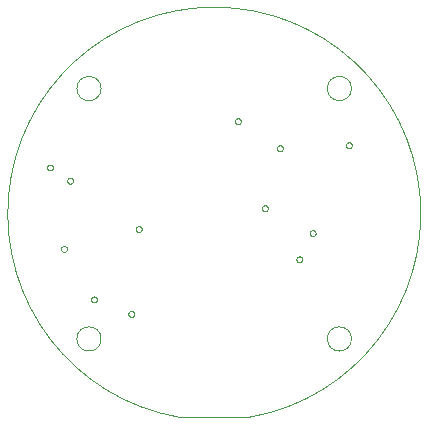
<source format=gbr>
%TF.GenerationSoftware,KiCad,Pcbnew,7.0.10*%
%TF.CreationDate,2024-12-03T16:59:28-05:00*%
%TF.ProjectId,comparison,636f6d70-6172-4697-936f-6e2e6b696361,rev?*%
%TF.SameCoordinates,Original*%
%TF.FileFunction,Profile,NP*%
%FSLAX46Y46*%
G04 Gerber Fmt 4.6, Leading zero omitted, Abs format (unit mm)*
G04 Created by KiCad (PCBNEW 7.0.10) date 2024-12-03 16:59:28*
%MOMM*%
%LPD*%
G01*
G04 APERTURE LIST*
%TA.AperFunction,Profile*%
%ADD10C,0.100000*%
%TD*%
G04 APERTURE END LIST*
D10*
X149246788Y-77093952D02*
X149268412Y-77096799D01*
X149289704Y-77101519D01*
X149310505Y-77108077D01*
X149330654Y-77116424D01*
X149350000Y-77126494D01*
X149368394Y-77138212D01*
X149385696Y-77151489D01*
X149401776Y-77166224D01*
X149416511Y-77182304D01*
X149429788Y-77199606D01*
X149441506Y-77218000D01*
X149451576Y-77237346D01*
X149459923Y-77257495D01*
X149466481Y-77278296D01*
X149471201Y-77299588D01*
X149474048Y-77321212D01*
X149475000Y-77343000D01*
X149474048Y-77364788D01*
X149471201Y-77386412D01*
X149466481Y-77407704D01*
X149459923Y-77428505D01*
X149451576Y-77448654D01*
X149441506Y-77467999D01*
X149429788Y-77486394D01*
X149416511Y-77503696D01*
X149401776Y-77519776D01*
X149385696Y-77534511D01*
X149368394Y-77547788D01*
X149350000Y-77559506D01*
X149330654Y-77569576D01*
X149310505Y-77577923D01*
X149289704Y-77584481D01*
X149268412Y-77589201D01*
X149246788Y-77592048D01*
X149225000Y-77593000D01*
X149203212Y-77592048D01*
X149181588Y-77589201D01*
X149160296Y-77584481D01*
X149139495Y-77577923D01*
X149119346Y-77569576D01*
X149100001Y-77559506D01*
X149081606Y-77547788D01*
X149064304Y-77534511D01*
X149048224Y-77519776D01*
X149033489Y-77503696D01*
X149020212Y-77486394D01*
X149008494Y-77467999D01*
X148998424Y-77448654D01*
X148990077Y-77428505D01*
X148983519Y-77407704D01*
X148978799Y-77386412D01*
X148975952Y-77364788D01*
X148975000Y-77343000D01*
X148975952Y-77321212D01*
X148978799Y-77299588D01*
X148983519Y-77278296D01*
X148990077Y-77257495D01*
X148998424Y-77237346D01*
X149008494Y-77218000D01*
X149020212Y-77199606D01*
X149033489Y-77182304D01*
X149048224Y-77166224D01*
X149064304Y-77151489D01*
X149081606Y-77138212D01*
X149100000Y-77126494D01*
X149119346Y-77116424D01*
X149139495Y-77108077D01*
X149160296Y-77101519D01*
X149181588Y-77096799D01*
X149203212Y-77093952D01*
X149225000Y-77093000D01*
X149246788Y-77093952D01*
X148121788Y-79309804D02*
X148143412Y-79312651D01*
X148164704Y-79317371D01*
X148185505Y-79323929D01*
X148205654Y-79332276D01*
X148225000Y-79342346D01*
X148243394Y-79354064D01*
X148260696Y-79367341D01*
X148276776Y-79382076D01*
X148291511Y-79398156D01*
X148304788Y-79415458D01*
X148316506Y-79433852D01*
X148326576Y-79453198D01*
X148334923Y-79473347D01*
X148341481Y-79494148D01*
X148346201Y-79515440D01*
X148349048Y-79537064D01*
X148350000Y-79558852D01*
X148349048Y-79580640D01*
X148346201Y-79602264D01*
X148341481Y-79623556D01*
X148334923Y-79644357D01*
X148326576Y-79664506D01*
X148316506Y-79683851D01*
X148304788Y-79702246D01*
X148291511Y-79719548D01*
X148276776Y-79735628D01*
X148260696Y-79750363D01*
X148243394Y-79763640D01*
X148225000Y-79775358D01*
X148205654Y-79785428D01*
X148185505Y-79793775D01*
X148164704Y-79800333D01*
X148143412Y-79805053D01*
X148121788Y-79807900D01*
X148100000Y-79808852D01*
X148078212Y-79807900D01*
X148056588Y-79805053D01*
X148035296Y-79800333D01*
X148014495Y-79793775D01*
X147994346Y-79785428D01*
X147975001Y-79775358D01*
X147956606Y-79763640D01*
X147939304Y-79750363D01*
X147923224Y-79735628D01*
X147908489Y-79719548D01*
X147895212Y-79702246D01*
X147883494Y-79683851D01*
X147873424Y-79664506D01*
X147865077Y-79644357D01*
X147858519Y-79623556D01*
X147853799Y-79602264D01*
X147850952Y-79580640D01*
X147850000Y-79558852D01*
X147850952Y-79537064D01*
X147853799Y-79515440D01*
X147858519Y-79494148D01*
X147865077Y-79473347D01*
X147873424Y-79453198D01*
X147883494Y-79433852D01*
X147895212Y-79415458D01*
X147908489Y-79398156D01*
X147923224Y-79382076D01*
X147939304Y-79367341D01*
X147956606Y-79354064D01*
X147975000Y-79342346D01*
X147994346Y-79332276D01*
X148014495Y-79323929D01*
X148035296Y-79317371D01*
X148056588Y-79312651D01*
X148078212Y-79309804D01*
X148100000Y-79308852D01*
X148121788Y-79309804D01*
X133896788Y-83925952D02*
X133918412Y-83928799D01*
X133939704Y-83933519D01*
X133960505Y-83940077D01*
X133980654Y-83948424D01*
X134000000Y-83958494D01*
X134018394Y-83970212D01*
X134035696Y-83983489D01*
X134051776Y-83998224D01*
X134066511Y-84014304D01*
X134079788Y-84031606D01*
X134091506Y-84050000D01*
X134101576Y-84069346D01*
X134109923Y-84089495D01*
X134116481Y-84110296D01*
X134121201Y-84131588D01*
X134124048Y-84153212D01*
X134125000Y-84175000D01*
X134124048Y-84196788D01*
X134121201Y-84218412D01*
X134116481Y-84239704D01*
X134109923Y-84260505D01*
X134101576Y-84280654D01*
X134091506Y-84299999D01*
X134079788Y-84318394D01*
X134066511Y-84335696D01*
X134051776Y-84351776D01*
X134035696Y-84366511D01*
X134018394Y-84379788D01*
X134000000Y-84391506D01*
X133980654Y-84401576D01*
X133960505Y-84409923D01*
X133939704Y-84416481D01*
X133918412Y-84421201D01*
X133896788Y-84424048D01*
X133875000Y-84425000D01*
X133853212Y-84424048D01*
X133831588Y-84421201D01*
X133810296Y-84416481D01*
X133789495Y-84409923D01*
X133769346Y-84401576D01*
X133750001Y-84391506D01*
X133731606Y-84379788D01*
X133714304Y-84366511D01*
X133698224Y-84351776D01*
X133683489Y-84335696D01*
X133670212Y-84318394D01*
X133658494Y-84299999D01*
X133648424Y-84280654D01*
X133640077Y-84260505D01*
X133633519Y-84239704D01*
X133628799Y-84218412D01*
X133625952Y-84196788D01*
X133625000Y-84175000D01*
X133625952Y-84153212D01*
X133628799Y-84131588D01*
X133633519Y-84110296D01*
X133640077Y-84089495D01*
X133648424Y-84069346D01*
X133658494Y-84050000D01*
X133670212Y-84031606D01*
X133683489Y-84014304D01*
X133698224Y-83998224D01*
X133714304Y-83983489D01*
X133731606Y-83970212D01*
X133750000Y-83958494D01*
X133769346Y-83948424D01*
X133789495Y-83940077D01*
X133810296Y-83933519D01*
X133831588Y-83928799D01*
X133853212Y-83925952D01*
X133875000Y-83925000D01*
X133896788Y-83925952D01*
X128721788Y-72650952D02*
X128743412Y-72653799D01*
X128764704Y-72658519D01*
X128785505Y-72665077D01*
X128805654Y-72673424D01*
X128825000Y-72683494D01*
X128843394Y-72695212D01*
X128860696Y-72708489D01*
X128876776Y-72723224D01*
X128891511Y-72739304D01*
X128904788Y-72756606D01*
X128916506Y-72775000D01*
X128926576Y-72794346D01*
X128934923Y-72814495D01*
X128941481Y-72835296D01*
X128946201Y-72856588D01*
X128949048Y-72878212D01*
X128950000Y-72900000D01*
X128949048Y-72921788D01*
X128946201Y-72943412D01*
X128941481Y-72964704D01*
X128934923Y-72985505D01*
X128926576Y-73005654D01*
X128916506Y-73024999D01*
X128904788Y-73043394D01*
X128891511Y-73060696D01*
X128876776Y-73076776D01*
X128860696Y-73091511D01*
X128843394Y-73104788D01*
X128825000Y-73116506D01*
X128805654Y-73126576D01*
X128785505Y-73134923D01*
X128764704Y-73141481D01*
X128743412Y-73146201D01*
X128721788Y-73149048D01*
X128700000Y-73150000D01*
X128678212Y-73149048D01*
X128656588Y-73146201D01*
X128635296Y-73141481D01*
X128614495Y-73134923D01*
X128594346Y-73126576D01*
X128575001Y-73116506D01*
X128556606Y-73104788D01*
X128539304Y-73091511D01*
X128523224Y-73076776D01*
X128508489Y-73060696D01*
X128495212Y-73043394D01*
X128483494Y-73024999D01*
X128473424Y-73005654D01*
X128465077Y-72985505D01*
X128458519Y-72964704D01*
X128453799Y-72943412D01*
X128450952Y-72921788D01*
X128450000Y-72900000D01*
X128450952Y-72878212D01*
X128453799Y-72856588D01*
X128458519Y-72835296D01*
X128465077Y-72814495D01*
X128473424Y-72794346D01*
X128483494Y-72775000D01*
X128495212Y-72756606D01*
X128508489Y-72739304D01*
X128523224Y-72723224D01*
X128539304Y-72708489D01*
X128556606Y-72695212D01*
X128575000Y-72683494D01*
X128594346Y-72673424D01*
X128614495Y-72665077D01*
X128635296Y-72658519D01*
X128656588Y-72653799D01*
X128678212Y-72650952D01*
X128700000Y-72650000D01*
X128721788Y-72650952D01*
X130746788Y-82700952D02*
X130768412Y-82703799D01*
X130789704Y-82708519D01*
X130810505Y-82715077D01*
X130830654Y-82723424D01*
X130850000Y-82733494D01*
X130868394Y-82745212D01*
X130885696Y-82758489D01*
X130901776Y-82773224D01*
X130916511Y-82789304D01*
X130929788Y-82806606D01*
X130941506Y-82825000D01*
X130951576Y-82844346D01*
X130959923Y-82864495D01*
X130966481Y-82885296D01*
X130971201Y-82906588D01*
X130974048Y-82928212D01*
X130975000Y-82950000D01*
X130974048Y-82971788D01*
X130971201Y-82993412D01*
X130966481Y-83014704D01*
X130959923Y-83035505D01*
X130951576Y-83055654D01*
X130941506Y-83074999D01*
X130929788Y-83093394D01*
X130916511Y-83110696D01*
X130901776Y-83126776D01*
X130885696Y-83141511D01*
X130868394Y-83154788D01*
X130850000Y-83166506D01*
X130830654Y-83176576D01*
X130810505Y-83184923D01*
X130789704Y-83191481D01*
X130768412Y-83196201D01*
X130746788Y-83199048D01*
X130725000Y-83200000D01*
X130703212Y-83199048D01*
X130681588Y-83196201D01*
X130660296Y-83191481D01*
X130639495Y-83184923D01*
X130619346Y-83176576D01*
X130600001Y-83166506D01*
X130581606Y-83154788D01*
X130564304Y-83141511D01*
X130548224Y-83126776D01*
X130533489Y-83110696D01*
X130520212Y-83093394D01*
X130508494Y-83074999D01*
X130498424Y-83055654D01*
X130490077Y-83035505D01*
X130483519Y-83014704D01*
X130478799Y-82993412D01*
X130475952Y-82971788D01*
X130475000Y-82950000D01*
X130475952Y-82928212D01*
X130478799Y-82906588D01*
X130483519Y-82885296D01*
X130490077Y-82864495D01*
X130498424Y-82844346D01*
X130508494Y-82825000D01*
X130520212Y-82806606D01*
X130533489Y-82789304D01*
X130548224Y-82773224D01*
X130564304Y-82758489D01*
X130581606Y-82745212D01*
X130600000Y-82733494D01*
X130619346Y-82723424D01*
X130639495Y-82715077D01*
X130660296Y-82708519D01*
X130681588Y-82703799D01*
X130703212Y-82700952D01*
X130725000Y-82700000D01*
X130746788Y-82700952D01*
X127021788Y-71525952D02*
X127043412Y-71528799D01*
X127064704Y-71533519D01*
X127085505Y-71540077D01*
X127105654Y-71548424D01*
X127125000Y-71558494D01*
X127143394Y-71570212D01*
X127160696Y-71583489D01*
X127176776Y-71598224D01*
X127191511Y-71614304D01*
X127204788Y-71631606D01*
X127216506Y-71650000D01*
X127226576Y-71669346D01*
X127234923Y-71689495D01*
X127241481Y-71710296D01*
X127246201Y-71731588D01*
X127249048Y-71753212D01*
X127250000Y-71775000D01*
X127249048Y-71796788D01*
X127246201Y-71818412D01*
X127241481Y-71839704D01*
X127234923Y-71860505D01*
X127226576Y-71880654D01*
X127216506Y-71899999D01*
X127204788Y-71918394D01*
X127191511Y-71935696D01*
X127176776Y-71951776D01*
X127160696Y-71966511D01*
X127143394Y-71979788D01*
X127125000Y-71991506D01*
X127105654Y-72001576D01*
X127085505Y-72009923D01*
X127064704Y-72016481D01*
X127043412Y-72021201D01*
X127021788Y-72024048D01*
X127000000Y-72025000D01*
X126978212Y-72024048D01*
X126956588Y-72021201D01*
X126935296Y-72016481D01*
X126914495Y-72009923D01*
X126894346Y-72001576D01*
X126875001Y-71991506D01*
X126856606Y-71979788D01*
X126839304Y-71966511D01*
X126823224Y-71951776D01*
X126808489Y-71935696D01*
X126795212Y-71918394D01*
X126783494Y-71899999D01*
X126773424Y-71880654D01*
X126765077Y-71860505D01*
X126758519Y-71839704D01*
X126753799Y-71818412D01*
X126750952Y-71796788D01*
X126750000Y-71775000D01*
X126750952Y-71753212D01*
X126753799Y-71731588D01*
X126758519Y-71710296D01*
X126765077Y-71689495D01*
X126773424Y-71669346D01*
X126783494Y-71650000D01*
X126795212Y-71631606D01*
X126808489Y-71614304D01*
X126823224Y-71598224D01*
X126839304Y-71583489D01*
X126856606Y-71570212D01*
X126875000Y-71558494D01*
X126894346Y-71548424D01*
X126914495Y-71540077D01*
X126935296Y-71533519D01*
X126956588Y-71528799D01*
X126978212Y-71525952D01*
X127000000Y-71525000D01*
X127021788Y-71525952D01*
X128196788Y-78425952D02*
X128218412Y-78428799D01*
X128239704Y-78433519D01*
X128260505Y-78440077D01*
X128280654Y-78448424D01*
X128300000Y-78458494D01*
X128318394Y-78470212D01*
X128335696Y-78483489D01*
X128351776Y-78498224D01*
X128366511Y-78514304D01*
X128379788Y-78531606D01*
X128391506Y-78550000D01*
X128401576Y-78569346D01*
X128409923Y-78589495D01*
X128416481Y-78610296D01*
X128421201Y-78631588D01*
X128424048Y-78653212D01*
X128425000Y-78675000D01*
X128424048Y-78696788D01*
X128421201Y-78718412D01*
X128416481Y-78739704D01*
X128409923Y-78760505D01*
X128401576Y-78780654D01*
X128391506Y-78799999D01*
X128379788Y-78818394D01*
X128366511Y-78835696D01*
X128351776Y-78851776D01*
X128335696Y-78866511D01*
X128318394Y-78879788D01*
X128300000Y-78891506D01*
X128280654Y-78901576D01*
X128260505Y-78909923D01*
X128239704Y-78916481D01*
X128218412Y-78921201D01*
X128196788Y-78924048D01*
X128175000Y-78925000D01*
X128153212Y-78924048D01*
X128131588Y-78921201D01*
X128110296Y-78916481D01*
X128089495Y-78909923D01*
X128069346Y-78901576D01*
X128050001Y-78891506D01*
X128031606Y-78879788D01*
X128014304Y-78866511D01*
X127998224Y-78851776D01*
X127983489Y-78835696D01*
X127970212Y-78818394D01*
X127958494Y-78799999D01*
X127948424Y-78780654D01*
X127940077Y-78760505D01*
X127933519Y-78739704D01*
X127928799Y-78718412D01*
X127925952Y-78696788D01*
X127925000Y-78675000D01*
X127925952Y-78653212D01*
X127928799Y-78631588D01*
X127933519Y-78610296D01*
X127940077Y-78589495D01*
X127948424Y-78569346D01*
X127958494Y-78550000D01*
X127970212Y-78531606D01*
X127983489Y-78514304D01*
X127998224Y-78498224D01*
X128014304Y-78483489D01*
X128031606Y-78470212D01*
X128050000Y-78458494D01*
X128069346Y-78448424D01*
X128089495Y-78440077D01*
X128110296Y-78433519D01*
X128131588Y-78428799D01*
X128153212Y-78425952D01*
X128175000Y-78425000D01*
X128196788Y-78425952D01*
X134526788Y-76745952D02*
X134548412Y-76748799D01*
X134569704Y-76753519D01*
X134590505Y-76760077D01*
X134610654Y-76768424D01*
X134630000Y-76778494D01*
X134648394Y-76790212D01*
X134665696Y-76803489D01*
X134681776Y-76818224D01*
X134696511Y-76834304D01*
X134709788Y-76851606D01*
X134721506Y-76870000D01*
X134731576Y-76889346D01*
X134739923Y-76909495D01*
X134746481Y-76930296D01*
X134751201Y-76951588D01*
X134754048Y-76973212D01*
X134755000Y-76995000D01*
X134754048Y-77016788D01*
X134751201Y-77038412D01*
X134746481Y-77059704D01*
X134739923Y-77080505D01*
X134731576Y-77100654D01*
X134721506Y-77119999D01*
X134709788Y-77138394D01*
X134696511Y-77155696D01*
X134681776Y-77171776D01*
X134665696Y-77186511D01*
X134648394Y-77199788D01*
X134630000Y-77211506D01*
X134610654Y-77221576D01*
X134590505Y-77229923D01*
X134569704Y-77236481D01*
X134548412Y-77241201D01*
X134526788Y-77244048D01*
X134505000Y-77245000D01*
X134483212Y-77244048D01*
X134461588Y-77241201D01*
X134440296Y-77236481D01*
X134419495Y-77229923D01*
X134399346Y-77221576D01*
X134380001Y-77211506D01*
X134361606Y-77199788D01*
X134344304Y-77186511D01*
X134328224Y-77171776D01*
X134313489Y-77155696D01*
X134300212Y-77138394D01*
X134288494Y-77119999D01*
X134278424Y-77100654D01*
X134270077Y-77080505D01*
X134263519Y-77059704D01*
X134258799Y-77038412D01*
X134255952Y-77016788D01*
X134255000Y-76995000D01*
X134255952Y-76973212D01*
X134258799Y-76951588D01*
X134263519Y-76930296D01*
X134270077Y-76909495D01*
X134278424Y-76889346D01*
X134288494Y-76870000D01*
X134300212Y-76851606D01*
X134313489Y-76834304D01*
X134328224Y-76818224D01*
X134344304Y-76803489D01*
X134361606Y-76790212D01*
X134380000Y-76778494D01*
X134399346Y-76768424D01*
X134419495Y-76760077D01*
X134440296Y-76753519D01*
X134461588Y-76748799D01*
X134483212Y-76745952D01*
X134505000Y-76745000D01*
X134526788Y-76745952D01*
X142917788Y-67610952D02*
X142939412Y-67613799D01*
X142960704Y-67618519D01*
X142981505Y-67625077D01*
X143001654Y-67633424D01*
X143021000Y-67643494D01*
X143039394Y-67655212D01*
X143056696Y-67668489D01*
X143072776Y-67683224D01*
X143087511Y-67699304D01*
X143100788Y-67716606D01*
X143112506Y-67735000D01*
X143122576Y-67754346D01*
X143130923Y-67774495D01*
X143137481Y-67795296D01*
X143142201Y-67816588D01*
X143145048Y-67838212D01*
X143146000Y-67860000D01*
X143145048Y-67881788D01*
X143142201Y-67903412D01*
X143137481Y-67924704D01*
X143130923Y-67945505D01*
X143122576Y-67965654D01*
X143112506Y-67984999D01*
X143100788Y-68003394D01*
X143087511Y-68020696D01*
X143072776Y-68036776D01*
X143056696Y-68051511D01*
X143039394Y-68064788D01*
X143021000Y-68076506D01*
X143001654Y-68086576D01*
X142981505Y-68094923D01*
X142960704Y-68101481D01*
X142939412Y-68106201D01*
X142917788Y-68109048D01*
X142896000Y-68110000D01*
X142874212Y-68109048D01*
X142852588Y-68106201D01*
X142831296Y-68101481D01*
X142810495Y-68094923D01*
X142790346Y-68086576D01*
X142771001Y-68076506D01*
X142752606Y-68064788D01*
X142735304Y-68051511D01*
X142719224Y-68036776D01*
X142704489Y-68020696D01*
X142691212Y-68003394D01*
X142679494Y-67984999D01*
X142669424Y-67965654D01*
X142661077Y-67945505D01*
X142654519Y-67924704D01*
X142649799Y-67903412D01*
X142646952Y-67881788D01*
X142646000Y-67860000D01*
X142646952Y-67838212D01*
X142649799Y-67816588D01*
X142654519Y-67795296D01*
X142661077Y-67774495D01*
X142669424Y-67754346D01*
X142679494Y-67735000D01*
X142691212Y-67716606D01*
X142704489Y-67699304D01*
X142719224Y-67683224D01*
X142735304Y-67668489D01*
X142752606Y-67655212D01*
X142771000Y-67643494D01*
X142790346Y-67633424D01*
X142810495Y-67625077D01*
X142831296Y-67618519D01*
X142852588Y-67613799D01*
X142874212Y-67610952D01*
X142896000Y-67610000D01*
X142917788Y-67610952D01*
X152315788Y-69642952D02*
X152337412Y-69645799D01*
X152358704Y-69650519D01*
X152379505Y-69657077D01*
X152399654Y-69665424D01*
X152419000Y-69675494D01*
X152437394Y-69687212D01*
X152454696Y-69700489D01*
X152470776Y-69715224D01*
X152485511Y-69731304D01*
X152498788Y-69748606D01*
X152510506Y-69767000D01*
X152520576Y-69786346D01*
X152528923Y-69806495D01*
X152535481Y-69827296D01*
X152540201Y-69848588D01*
X152543048Y-69870212D01*
X152544000Y-69892000D01*
X152543048Y-69913788D01*
X152540201Y-69935412D01*
X152535481Y-69956704D01*
X152528923Y-69977505D01*
X152520576Y-69997654D01*
X152510506Y-70016999D01*
X152498788Y-70035394D01*
X152485511Y-70052696D01*
X152470776Y-70068776D01*
X152454696Y-70083511D01*
X152437394Y-70096788D01*
X152419000Y-70108506D01*
X152399654Y-70118576D01*
X152379505Y-70126923D01*
X152358704Y-70133481D01*
X152337412Y-70138201D01*
X152315788Y-70141048D01*
X152294000Y-70142000D01*
X152272212Y-70141048D01*
X152250588Y-70138201D01*
X152229296Y-70133481D01*
X152208495Y-70126923D01*
X152188346Y-70118576D01*
X152169001Y-70108506D01*
X152150606Y-70096788D01*
X152133304Y-70083511D01*
X152117224Y-70068776D01*
X152102489Y-70052696D01*
X152089212Y-70035394D01*
X152077494Y-70016999D01*
X152067424Y-69997654D01*
X152059077Y-69977505D01*
X152052519Y-69956704D01*
X152047799Y-69935412D01*
X152044952Y-69913788D01*
X152044000Y-69892000D01*
X152044952Y-69870212D01*
X152047799Y-69848588D01*
X152052519Y-69827296D01*
X152059077Y-69806495D01*
X152067424Y-69786346D01*
X152077494Y-69767000D01*
X152089212Y-69748606D01*
X152102489Y-69731304D01*
X152117224Y-69715224D01*
X152133304Y-69700489D01*
X152150606Y-69687212D01*
X152169000Y-69675494D01*
X152188346Y-69665424D01*
X152208495Y-69657077D01*
X152229296Y-69650519D01*
X152250588Y-69645799D01*
X152272212Y-69642952D01*
X152294000Y-69642000D01*
X152315788Y-69642952D01*
X145203788Y-74976952D02*
X145225412Y-74979799D01*
X145246704Y-74984519D01*
X145267505Y-74991077D01*
X145287654Y-74999424D01*
X145307000Y-75009494D01*
X145325394Y-75021212D01*
X145342696Y-75034489D01*
X145358776Y-75049224D01*
X145373511Y-75065304D01*
X145386788Y-75082606D01*
X145398506Y-75101000D01*
X145408576Y-75120346D01*
X145416923Y-75140495D01*
X145423481Y-75161296D01*
X145428201Y-75182588D01*
X145431048Y-75204212D01*
X145432000Y-75226000D01*
X145431048Y-75247788D01*
X145428201Y-75269412D01*
X145423481Y-75290704D01*
X145416923Y-75311505D01*
X145408576Y-75331654D01*
X145398506Y-75350999D01*
X145386788Y-75369394D01*
X145373511Y-75386696D01*
X145358776Y-75402776D01*
X145342696Y-75417511D01*
X145325394Y-75430788D01*
X145307000Y-75442506D01*
X145287654Y-75452576D01*
X145267505Y-75460923D01*
X145246704Y-75467481D01*
X145225412Y-75472201D01*
X145203788Y-75475048D01*
X145182000Y-75476000D01*
X145160212Y-75475048D01*
X145138588Y-75472201D01*
X145117296Y-75467481D01*
X145096495Y-75460923D01*
X145076346Y-75452576D01*
X145057001Y-75442506D01*
X145038606Y-75430788D01*
X145021304Y-75417511D01*
X145005224Y-75402776D01*
X144990489Y-75386696D01*
X144977212Y-75369394D01*
X144965494Y-75350999D01*
X144955424Y-75331654D01*
X144947077Y-75311505D01*
X144940519Y-75290704D01*
X144935799Y-75269412D01*
X144932952Y-75247788D01*
X144932000Y-75226000D01*
X144932952Y-75204212D01*
X144935799Y-75182588D01*
X144940519Y-75161296D01*
X144947077Y-75140495D01*
X144955424Y-75120346D01*
X144965494Y-75101000D01*
X144977212Y-75082606D01*
X144990489Y-75065304D01*
X145005224Y-75049224D01*
X145021304Y-75034489D01*
X145038606Y-75021212D01*
X145057000Y-75009494D01*
X145076346Y-74999424D01*
X145096495Y-74991077D01*
X145117296Y-74984519D01*
X145138588Y-74979799D01*
X145160212Y-74976952D01*
X145182000Y-74976000D01*
X145203788Y-74976952D01*
X146473788Y-69896952D02*
X146495412Y-69899799D01*
X146516704Y-69904519D01*
X146537505Y-69911077D01*
X146557654Y-69919424D01*
X146577000Y-69929494D01*
X146595394Y-69941212D01*
X146612696Y-69954489D01*
X146628776Y-69969224D01*
X146643511Y-69985304D01*
X146656788Y-70002606D01*
X146668506Y-70021000D01*
X146678576Y-70040346D01*
X146686923Y-70060495D01*
X146693481Y-70081296D01*
X146698201Y-70102588D01*
X146701048Y-70124212D01*
X146702000Y-70146000D01*
X146701048Y-70167788D01*
X146698201Y-70189412D01*
X146693481Y-70210704D01*
X146686923Y-70231505D01*
X146678576Y-70251654D01*
X146668506Y-70270999D01*
X146656788Y-70289394D01*
X146643511Y-70306696D01*
X146628776Y-70322776D01*
X146612696Y-70337511D01*
X146595394Y-70350788D01*
X146577000Y-70362506D01*
X146557654Y-70372576D01*
X146537505Y-70380923D01*
X146516704Y-70387481D01*
X146495412Y-70392201D01*
X146473788Y-70395048D01*
X146452000Y-70396000D01*
X146430212Y-70395048D01*
X146408588Y-70392201D01*
X146387296Y-70387481D01*
X146366495Y-70380923D01*
X146346346Y-70372576D01*
X146327001Y-70362506D01*
X146308606Y-70350788D01*
X146291304Y-70337511D01*
X146275224Y-70322776D01*
X146260489Y-70306696D01*
X146247212Y-70289394D01*
X146235494Y-70270999D01*
X146225424Y-70251654D01*
X146217077Y-70231505D01*
X146210519Y-70210704D01*
X146205799Y-70189412D01*
X146202952Y-70167788D01*
X146202000Y-70146000D01*
X146202952Y-70124212D01*
X146205799Y-70102588D01*
X146210519Y-70081296D01*
X146217077Y-70060495D01*
X146225424Y-70040346D01*
X146235494Y-70021000D01*
X146247212Y-70002606D01*
X146260489Y-69985304D01*
X146275224Y-69969224D01*
X146291304Y-69954489D01*
X146308606Y-69941212D01*
X146327000Y-69929494D01*
X146346346Y-69919424D01*
X146366495Y-69911077D01*
X146387296Y-69904519D01*
X146408588Y-69899799D01*
X146430212Y-69896952D01*
X146452000Y-69896000D01*
X146473788Y-69896952D01*
X152516158Y-86292000D02*
G75*
G03*
X150467842Y-86292000I-1024158J0D01*
G01*
X150467842Y-86292000D02*
G75*
G03*
X152516158Y-86292000I1024158J0D01*
G01*
X131313558Y-86294600D02*
G75*
G03*
X129265242Y-86294600I-1024158J0D01*
G01*
X129265242Y-86294600D02*
G75*
G03*
X131313558Y-86294600I1024158J0D01*
G01*
X131310958Y-65092000D02*
G75*
G03*
X129262642Y-65092000I-1024158J0D01*
G01*
X129262642Y-65092000D02*
G75*
G03*
X131310958Y-65092000I1024158J0D01*
G01*
X143889846Y-92919569D02*
G75*
G03*
X137889400Y-92917000I-2992846J17227569D01*
G01*
X137889400Y-92917000D02*
X143889400Y-92917000D01*
X152513558Y-65089400D02*
G75*
G03*
X150465242Y-65089400I-1024158J0D01*
G01*
X150465242Y-65089400D02*
G75*
G03*
X152513558Y-65089400I1024158J0D01*
G01*
M02*

</source>
